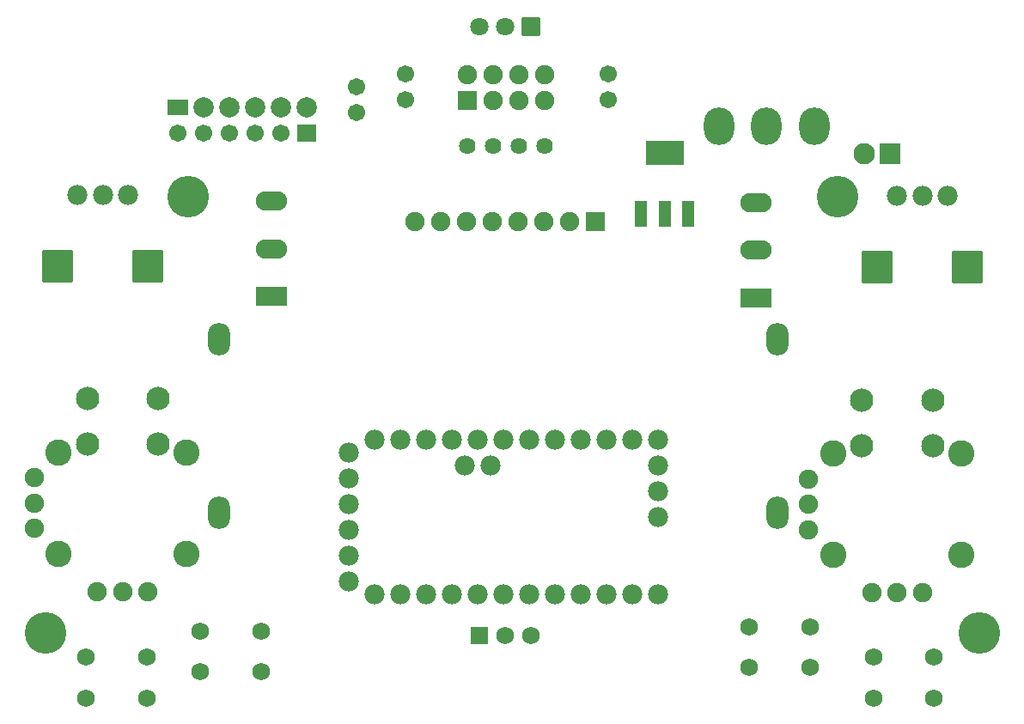
<source format=gbs>
G04 Layer: BottomSolderMaskLayer*
G04 EasyEDA v6.5.23, 2023-02-02 22:02:21*
G04 32823ceedc35475fa8f26cd2c4d51936,8932fd0543d740e3b58317cc2374636b,10*
G04 Gerber Generator version 0.2*
G04 Scale: 100 percent, Rotated: No, Reflected: No *
G04 Dimensions in millimeters *
G04 leading zeros omitted , absolute positions ,4 integer and 5 decimal *
%FSLAX45Y45*%
%MOMM*%

%AMMACRO1*1,1,$1,$2,$3*1,1,$1,$4,$5*1,1,$1,0-$2,0-$3*1,1,$1,0-$4,0-$5*20,1,$1,$2,$3,$4,$5,0*20,1,$1,$4,$5,0-$2,0-$3,0*20,1,$1,0-$2,0-$3,0-$4,0-$5,0*20,1,$1,0-$4,0-$5,$2,$3,0*4,1,4,$2,$3,$4,$5,0-$2,0-$3,0-$4,0-$5,$2,$3,0*%
%ADD10C,1.7016*%
%ADD11MACRO1,0.1016X0.9X-0.8X-0.9X-0.8*%
%ADD12C,1.9817*%
%ADD13C,1.9812*%
%ADD14MACRO1,0.1016X-0.9X0.9X0.9X0.9*%
%ADD15C,1.9016*%
%ADD16C,1.6256*%
%ADD17MACRO1,0.1016X0.85X-0.85X-0.85X-0.85*%
%ADD18C,1.8016*%
%ADD19MACRO1,0.1016X1X-1X-1X-1*%
%ADD20C,2.1016*%
%ADD21C,2.6016*%
%ADD22C,2.3016*%
%ADD23MACRO1,0.1016X-1.5X-0.9X-1.5X0.9*%
%ADD24O,3.101594X1.9015964*%
%ADD25MACRO1,0.1016X-0.955X0.7493X0.955X0.7493*%
%ADD26C,2.0116*%
%ADD27C,1.7032*%
%ADD28C,1.7272*%
%ADD29O,3.0031944000000004X3.703193*%
%ADD30C,1.9812*%
%ADD31MACRO1,0.2032X1.4X1.5X1.4X-1.5*%
%ADD32MACRO1,0.2032X-0.762X0.762X0.762X0.762*%
%ADD33C,1.9032*%
%ADD34MACRO1,0.2032X0.85X-0.85X-0.85X-0.85*%
%ADD35O,2.2031959999999997X3.2031940000000003*%
%ADD36MACRO1,0.1016X-0.55X1.25X-0.55X-1.25*%
%ADD37R,3.7016X2.4416*%
%ADD38C,4.1016*%

%LPD*%
D10*
G01*
X-3213100Y2882900D03*
G01*
X-2959100Y2882900D03*
G01*
X-2705100Y2882900D03*
G01*
X-2451100Y2882900D03*
G01*
X-2197100Y2882900D03*
D11*
G01*
X-1943100Y2882900D03*
D12*
G01*
X-1274495Y-1662404D03*
D13*
G01*
X-1020495Y-1662404D03*
G01*
X-766495Y-1662404D03*
G01*
X-512495Y-1662404D03*
G01*
X-258495Y-1662404D03*
G01*
X-4495Y-1662404D03*
G01*
X249504Y-1662404D03*
G01*
X503504Y-1662404D03*
G01*
X757504Y-1662404D03*
G01*
X1011504Y-1662404D03*
G01*
X1265504Y-1662404D03*
G01*
X1519504Y-1662404D03*
G01*
X1519504Y-138404D03*
G01*
X1265504Y-138404D03*
G01*
X1011504Y-138404D03*
G01*
X757504Y-138404D03*
G01*
X503504Y-138404D03*
G01*
X249504Y-138404D03*
G01*
X-4495Y-138404D03*
G01*
X-258495Y-138404D03*
G01*
X-512495Y-138404D03*
G01*
X-766495Y-138404D03*
G01*
X-1020495Y-138404D03*
G01*
X-1274495Y-138404D03*
G01*
X-385495Y-392404D03*
G01*
X-131495Y-392404D03*
G01*
X1519504Y-392404D03*
G01*
X1519504Y-646404D03*
G01*
X1519504Y-900404D03*
G01*
X-1528495Y-1535404D03*
G01*
X-1528495Y-1281404D03*
G01*
X-1528495Y-1027404D03*
G01*
X-1528495Y-773404D03*
G01*
X-1528495Y-519404D03*
G01*
X-1528495Y-265404D03*
D14*
G01*
X-359834Y3201809D03*
D15*
G01*
X-360095Y3455822D03*
G01*
X-106095Y3201822D03*
G01*
X-106095Y3455822D03*
G01*
X147904Y3201822D03*
G01*
X147904Y3455822D03*
G01*
X401904Y3201822D03*
G01*
X401904Y3455822D03*
D16*
G01*
X-360095Y2757195D03*
G01*
X-105892Y2757195D03*
G01*
X148310Y2757195D03*
G01*
X402513Y2757195D03*
D17*
G01*
X266700Y3937000D03*
D18*
G01*
X12700Y3937000D03*
G01*
X-241300Y3937000D03*
D10*
G01*
X1024204Y3468395D03*
G01*
X1024204Y3214395D03*
G01*
X-969695Y3468395D03*
G01*
X-969695Y3214395D03*
D19*
G01*
X3805504Y2680995D03*
D20*
G01*
X3551504Y2680995D03*
D15*
G01*
X-4630724Y-512571D03*
G01*
X-4630724Y-762584D03*
G01*
X-4630724Y-1012570D03*
G01*
X-4007738Y-1635582D03*
G01*
X-3757752Y-1635582D03*
G01*
X-3507739Y-1635582D03*
D21*
G01*
X-3125266Y-1262583D03*
G01*
X-3125266Y-262585D03*
G01*
X-4390262Y-262585D03*
G01*
X-4390262Y-1262583D03*
D22*
G01*
X-3405835Y-183387D03*
G01*
X-4105833Y-183387D03*
G01*
X-3405835Y266598D03*
G01*
X-4105833Y266598D03*
D15*
G01*
X3001975Y-525271D03*
G01*
X3001975Y-775284D03*
G01*
X3001975Y-1025270D03*
G01*
X3624961Y-1648282D03*
G01*
X3874947Y-1648282D03*
G01*
X4124959Y-1648282D03*
D21*
G01*
X4507433Y-1275283D03*
G01*
X4507433Y-275285D03*
G01*
X3242436Y-275285D03*
G01*
X3242436Y-1275283D03*
D22*
G01*
X4226864Y-196087D03*
G01*
X3526866Y-196087D03*
G01*
X4226864Y253898D03*
G01*
X3526866Y253898D03*
D23*
G01*
X-2290495Y1271193D03*
D24*
G01*
X-2290495Y1741195D03*
G01*
X-2290495Y2211196D03*
D23*
G01*
X2484704Y1258493D03*
D24*
G01*
X2484704Y1728495D03*
G01*
X2484704Y2198496D03*
D25*
G01*
X-3213100Y3136900D03*
D26*
G01*
X-2959100Y3136900D03*
G01*
X-2705100Y3136900D03*
G01*
X-2451100Y3136900D03*
G01*
X-2197100Y3136900D03*
G01*
X-1943100Y3136900D03*
D27*
G01*
X-1452295Y3087395D03*
G01*
X-1452295Y3341395D03*
D28*
G01*
X-3519347Y-2284704D03*
G01*
X-4119295Y-2284704D03*
G01*
X-3519347Y-2684754D03*
G01*
X-4119295Y-2684754D03*
G01*
X-2992043Y-2424404D03*
G01*
X-2392095Y-2424404D03*
G01*
X-2992043Y-2024354D03*
G01*
X-2392095Y-2024354D03*
G01*
X2418156Y-2386304D03*
G01*
X3018104Y-2386304D03*
G01*
X2418156Y-1986254D03*
G01*
X3018104Y-1986254D03*
G01*
X4240352Y-2284704D03*
G01*
X3640404Y-2284704D03*
G01*
X4240352Y-2684754D03*
G01*
X3640404Y-2684754D03*
D29*
G01*
X3056305Y2947695D03*
G01*
X2586304Y2947695D03*
G01*
X2116302Y2947695D03*
G01*
X2586304Y2947695D03*
D30*
G01*
X-3954195Y2274595D03*
G01*
X-4204182Y2274595D03*
G01*
X-3704183Y2274595D03*
D31*
G01*
X-3509695Y1572031D03*
G01*
X-4396155Y1574571D03*
D30*
G01*
X4123004Y2261895D03*
G01*
X3873017Y2261895D03*
G01*
X4373016Y2261895D03*
D31*
G01*
X4567504Y1559331D03*
G01*
X3681044Y1561871D03*
D32*
G01*
X-245795Y-2068804D03*
D28*
G01*
X8204Y-2068804D03*
G01*
X262204Y-2068804D03*
D33*
G01*
X-877900Y2011197D03*
G01*
X-623900Y2011197D03*
G01*
X-369900Y2011197D03*
G01*
X-115900Y2011197D03*
G01*
X138099Y2011197D03*
G01*
X392099Y2011197D03*
G01*
X646099Y2011197D03*
D34*
G01*
X900104Y2011194D03*
D35*
G01*
X-2805303Y852195D03*
G01*
X2694686Y852195D03*
G01*
X2694000Y-855446D03*
G01*
X-2805988Y-855446D03*
D36*
G01*
X1813097Y2091902D03*
G01*
X1583100Y2091902D03*
G01*
X1353103Y2091902D03*
D37*
G01*
X1583105Y2685897D03*
D38*
G01*
X3286302Y2255291D03*
G01*
X-3113684Y2255291D03*
G01*
X-4513681Y-2044700D03*
G01*
X4686300Y-2044700D03*
M02*

</source>
